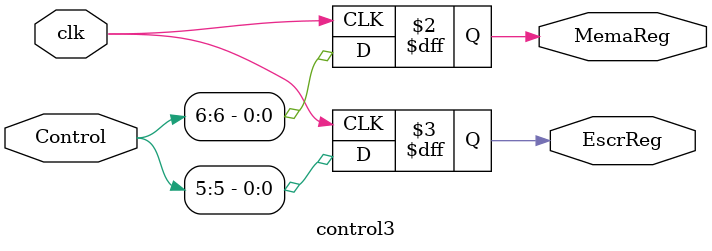
<source format=v>
`timescale 1ns / 1ps


module control3(Control,clk,MemaReg,EscrReg);

    input wire [9:0] Control;
    input clk;
    
    //output wire RegDest;
    //output wire SaltoCond;
    //output wire LeerMem;
    output reg MemaReg;
    //output wire [1:0]ALUOp;
    //output reg EscrMem;
    //output wire FuenteALU;
    output reg EscrReg;
    //output wire Saltoincond;
    

  

always   @(posedge clk)
begin
    
//assign Saltoincond  = Control[9];
//assign RegDest      = Control[8];
//assign FuenteALU    = Control[7];//
MemaReg      = Control[6];
//assign EscrReg      = Control[5];
//assign LeerMem      = Control[4];//
EscrReg      = Control[5];
//assign SaltoCond    = Control[2];
//assign ALUOp        = Control[1:0];    

end     
endmodule

</source>
